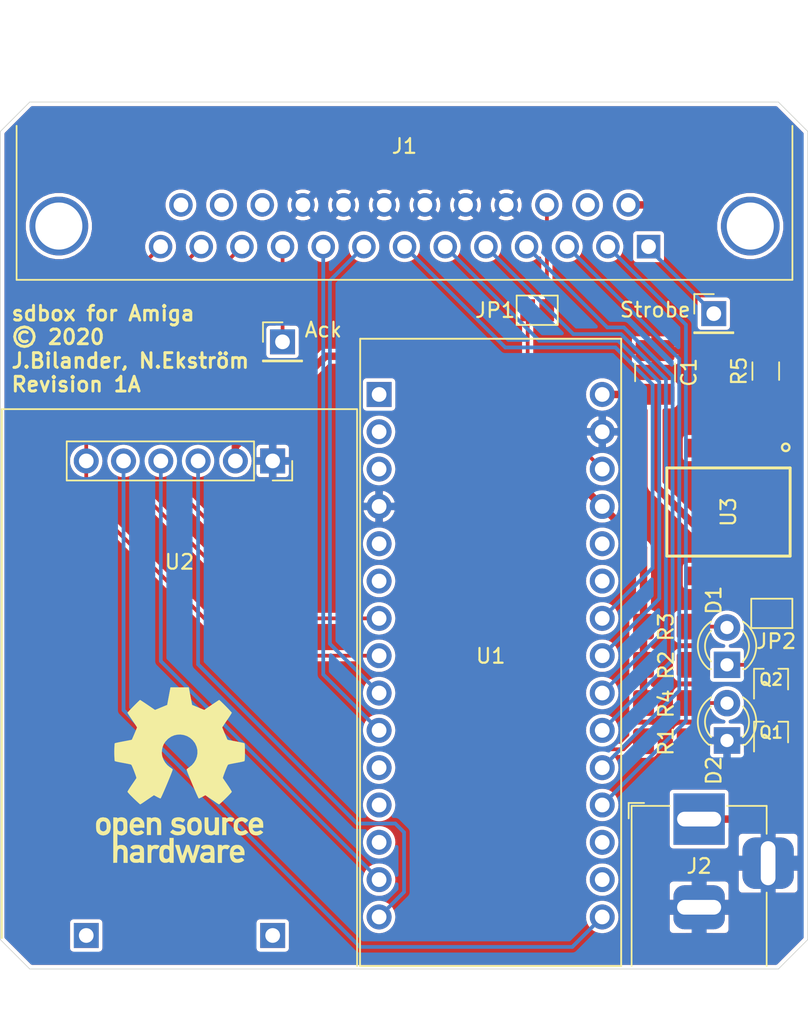
<source format=kicad_pcb>
(kicad_pcb (version 20171130) (host pcbnew "(5.1.2-1)-1")
  (layers (0 F.Cu signal) (31 B.Cu signal) (34 B.Paste user) (35 F.Paste user) (36 B.SilkS user) (37 F.SilkS user) (38 B.Mask user) (39 F.Mask user) (44 Edge.Cuts user))
  (net 0 "")
  (net 1 GND)
  (net 2 RESET)
  (net 3 SELECT)
  (net 4 POUT)
  (net 5 BUSY)
  (net 6 D7)
  (net 7 D6)
  (net 8 D5)
  (net 9 D4)
  (net 10 D3)
  (net 11 D2)
  (net 12 D1)
  (net 13 D0)
  (net 14 "Net-(JP1-Pad1)")
  (net 15 SCK)
  (net 16 5V)
  (net 17 MOSI)
  (net 18 MISO)
  (net 19 Amiga5V)
  (net 20 VCC_7-12V)
  (net 21 "Net-(C1-Pad2)")
  (net 22 "Net-(D1-Pad2)")
  (net 23 "Net-(D1-Pad1)")
  (net 24 "Net-(D2-Pad2)")
  (net 25 "Net-(Q1-Pad3)")
  (net 26 "Net-(Q1-Pad1)")
  (net 27 ACK)
  (net 28 STROBE)
  (net 29 "Net-(R5-Pad1)")
  (module Symbol:OSHW-Logo_11.4x12mm_SilkScreen (layer F.Cu) (at 132.4 130.8)
    (fp_text reference REF** hide)
    (fp_text value OSHW-Logo_11.4x12mm_SilkScreen hide)
  )
  (module Connector_PinSocket_2.54mm:PinSocket_1x01_P2.54mm_Vertical (layer F.Cu) (at 138.75 141.72)
    (fp_text reference J6 hide)
    (fp_text value Conn_01x01 hide)
    (pad 1 thru_hole rect (at 0 0) (size 1.7 1.7) (drill 1) (layers *.Cu *.Mask))
  )
  (module Connector_PinSocket_2.54mm:PinSocket_1x01_P2.54mm_Vertical (layer F.Cu) (at 126.05 141.72)
    (fp_text reference J5 hide)
    (fp_text value Conn_01x01 hide)
    (pad 1 thru_hole rect (at 0 0) (size 1.7 1.7) (drill 1) (layers *.Cu *.Mask))
  )
  (module Resistor_SMD:R_1206_3216Metric_Pad1.42x1.75mm_HandSolder (layer F.Cu) (at 165.5 120.7 180)
    (fp_text reference R3 (at -0.04 -0.02 270) (layer F.SilkS))
    (fp_text value R_Small hide)
    (pad 1 smd roundrect (at -1.4875 0 180) (size 1.425 1.75) (layers F.Cu F.Paste F.Mask) (roundrect_rratio 0.175439) (net 22 "Net-(D1-Pad2)"))
    (pad 2 smd roundrect (at 1.4875 0 180) (size 1.425 1.75) (layers F.Cu F.Paste F.Mask) (roundrect_rratio 0.175439) (net 16 5V))
  )
  (module Resistor_SMD:R_1206_3216Metric_Pad1.42x1.75mm_HandSolder (layer F.Cu) (at 165.5 123.3)
    (fp_text reference R2 (at 0.05 0.02 90) (layer F.SilkS))
    (fp_text value R_Small hide)
    (pad 1 smd roundrect (at -1.4875 0) (size 1.425 1.75) (layers F.Cu F.Paste F.Mask) (roundrect_rratio 0.175439) (net 16 5V))
    (pad 2 smd roundrect (at 1.4875 0) (size 1.425 1.75) (layers F.Cu F.Paste F.Mask) (roundrect_rratio 0.175439) (net 25 "Net-(Q1-Pad3)"))
  )
  (module Resistor_SMD:R_1206_3216Metric_Pad1.42x1.75mm_HandSolder (layer F.Cu) (at 165.5 125.9)
    (fp_text reference R4 (at 0.05 0.05 90) (layer F.SilkS))
    (fp_text value R_Small hide)
    (pad 1 smd roundrect (at -1.4875 0) (size 1.425 1.75) (layers F.Cu F.Paste F.Mask) (roundrect_rratio 0.175439) (net 16 5V))
    (pad 2 smd roundrect (at 1.4875 0) (size 1.425 1.75) (layers F.Cu F.Paste F.Mask) (roundrect_rratio 0.175439) (net 24 "Net-(D2-Pad2)"))
  )
  (module Resistor_SMD:R_1206_3216Metric_Pad1.42x1.75mm_HandSolder (layer F.Cu) (at 165.5 128.5 180)
    (fp_text reference R1 (at -0.04 -0.01 270) (layer F.SilkS))
    (fp_text value R_Small hide)
    (pad 1 smd roundrect (at -1.4875 0 180) (size 1.425 1.75) (layers F.Cu F.Paste F.Mask) (roundrect_rratio 0.175439) (net 26 "Net-(Q1-Pad1)"))
    (pad 2 smd roundrect (at 1.4875 0 180) (size 1.425 1.75) (layers F.Cu F.Paste F.Mask) (roundrect_rratio 0.175439) (net 3 SELECT))
  )
  (module Connector_PinSocket_2.54mm:PinSocket_1x06_P2.54mm_Vertical (layer F.Cu) (at 132.4 109.4)
    (fp_text reference U2 (at 0 6.9 180) (layer F.SilkS))
    (fp_text value Micro_SD_Card_Module hide)
    (pad 1 thru_hole rect (at 6.35 0.025 270) (size 1.7 1.7) (drill 1) (layers *.Cu *.Mask) (net 1 GND))
    (pad 2 thru_hole oval (at 3.81 0.025 270) (size 1.7 1.7) (drill 1) (layers *.Cu *.Mask) (net 16 5V))
    (pad 3 thru_hole oval (at 1.27 0.025 270) (size 1.7 1.7) (drill 1) (layers *.Cu *.Mask) (net 18 MISO))
    (pad 4 thru_hole oval (at -1.27 0.025 270) (size 1.7 1.7) (drill 1) (layers *.Cu *.Mask) (net 17 MOSI))
    (pad 5 thru_hole oval (at -3.81 0.025 270) (size 1.7 1.7) (drill 1) (layers *.Cu *.Mask) (net 15 SCK))
    (pad 6 thru_hole oval (at -6.35 0.025 270) (size 1.7 1.7) (drill 1) (layers *.Cu *.Mask) (net 3 SELECT))
  )
  (module Arduino:Arduino_Nano_V3_Schield (layer F.Cu) (at 153.6 122.7)
    (fp_text reference U1 (at 0 0) (layer F.SilkS))
    (fp_text value Arduino_Nano_V3 hide)
    (pad 1 thru_hole rect (at -7.6 -17.8) (size 1.7 1.7) (drill 1) (layers *.Cu *.Mask))
    (pad 13 thru_hole oval (at -7.6 12.68) (size 1.7 1.7) (drill 1) (layers *.Cu *.Mask))
    (pad 12 thru_hole oval (at -7.6 10.14) (size 1.7 1.7) (drill 1) (layers *.Cu *.Mask))
    (pad 11 thru_hole oval (at -7.6 7.6) (size 1.7 1.7) (drill 1) (layers *.Cu *.Mask))
    (pad 10 thru_hole oval (at -7.6 5.06) (size 1.7 1.7) (drill 1) (layers *.Cu *.Mask) (net 6 D7))
    (pad 9 thru_hole oval (at -7.6 2.52) (size 1.7 1.7) (drill 1) (layers *.Cu *.Mask) (net 7 D6))
    (pad 2 thru_hole oval (at -7.6 -15.26) (size 1.7 1.7) (drill 1) (layers *.Cu *.Mask))
    (pad 8 thru_hole oval (at -7.6 -0.02) (size 1.7 1.7) (drill 1) (layers *.Cu *.Mask) (net 4 POUT))
    (pad 7 thru_hole oval (at -7.6 -2.56) (size 1.7 1.7) (drill 1) (layers *.Cu *.Mask) (net 5 BUSY))
    (pad 6 thru_hole oval (at -7.6 -5.1) (size 1.7 1.7) (drill 1) (layers *.Cu *.Mask))
    (pad 5 thru_hole oval (at -7.6 -7.64) (size 1.7 1.7) (drill 1) (layers *.Cu *.Mask))
    (pad 4 thru_hole oval (at -7.6 -10.18) (size 1.7 1.7) (drill 1) (layers *.Cu *.Mask) (net 1 GND))
    (pad 3 thru_hole oval (at -7.6 -12.72) (size 1.7 1.7) (drill 1) (layers *.Cu *.Mask))
    (pad 15 thru_hole oval (at -7.6 17.76) (size 1.7 1.7) (drill 1) (layers *.Cu *.Mask) (net 18 MISO))
    (pad 14 thru_hole oval (at -7.6 15.22) (size 1.7 1.7) (drill 1) (layers *.Cu *.Mask) (net 17 MOSI))
    (pad 30 thru_hole oval (at 7.6 -17.8) (size 1.7 1.7) (drill 1) (layers *.Cu *.Mask) (net 21 "Net-(C1-Pad2)"))
    (pad 18 thru_hole oval (at 7.6 12.68) (size 1.7 1.7) (drill 1) (layers *.Cu *.Mask))
    (pad 19 thru_hole oval (at 7.6 10.14) (size 1.7 1.7) (drill 1) (layers *.Cu *.Mask) (net 13 D0))
    (pad 20 thru_hole oval (at 7.6 7.6) (size 1.7 1.7) (drill 1) (layers *.Cu *.Mask) (net 12 D1))
    (pad 21 thru_hole oval (at 7.6 5.06) (size 1.7 1.7) (drill 1) (layers *.Cu *.Mask) (net 11 D2))
    (pad 22 thru_hole oval (at 7.6 2.52) (size 1.7 1.7) (drill 1) (layers *.Cu *.Mask) (net 10 D3))
    (pad 29 thru_hole oval (at 7.6 -15.26) (size 1.7 1.7) (drill 1) (layers *.Cu *.Mask) (net 1 GND))
    (pad 23 thru_hole oval (at 7.6 -0.02) (size 1.7 1.7) (drill 1) (layers *.Cu *.Mask) (net 9 D4))
    (pad 24 thru_hole oval (at 7.6 -2.56) (size 1.7 1.7) (drill 1) (layers *.Cu *.Mask) (net 8 D5))
    (pad 25 thru_hole oval (at 7.6 -5.1) (size 1.7 1.7) (drill 1) (layers *.Cu *.Mask))
    (pad 26 thru_hole oval (at 7.6 -7.64) (size 1.7 1.7) (drill 1) (layers *.Cu *.Mask))
    (pad 27 thru_hole oval (at 7.6 -10.18) (size 1.7 1.7) (drill 1) (layers *.Cu *.Mask) (net 16 5V))
    (pad 28 thru_hole oval (at 7.6 -12.72) (size 1.7 1.7) (drill 1) (layers *.Cu *.Mask) (net 14 "Net-(JP1-Pad1)"))
    (pad 16 thru_hole oval (at 7.6 17.76) (size 1.7 1.7) (drill 1) (layers *.Cu *.Mask) (net 15 SCK))
    (pad 17 thru_hole oval (at 7.6 15.22) (size 1.7 1.7) (drill 1) (layers *.Cu *.Mask))
  )
  (module Connector_BarrelJack:BarrelJack_Horizontal (layer F.Cu) (at 167.8 133.8 90)
    (fp_text reference J2 (at -3.2 0 180) (layer F.SilkS))
    (fp_text value Barrel_Jack hide)
    (pad 1 thru_hole rect (at 0 0 90) (size 3.5 3.5) (drill oval 1 3) (layers *.Cu *.Mask) (net 20 VCC_7-12V))
    (pad 2 thru_hole roundrect (at -6 0 90) (size 3 3.5) (drill oval 1 3) (layers *.Cu *.Mask) (net 1 GND))
    (pad 3 thru_hole roundrect (at -3 4.7 90) (size 3.5 3.5) (drill oval 3 1) (layers *.Cu *.Mask) (net 1 GND))
  )
  (module Capacitor_SMD:C_1206_3216Metric_Pad1.42x1.75mm_HandSolder (layer F.Cu) (at 172.34 103.31 90)
    (fp_text reference R5 (at 0 -1.82 90) (layer F.SilkS))
    (fp_text value R_Small hide)
    (pad 1 smd roundrect (at -1.4875 0 90) (size 1.425 1.75) (layers F.Cu F.Paste F.Mask) (roundrect_rratio 0.175439) (net 29 "Net-(R5-Pad1)"))
    (pad 2 smd roundrect (at 1.4875 0 90) (size 1.425 1.75) (layers F.Cu F.Paste F.Mask) (roundrect_rratio 0.175439) (net 19 Amiga5V))
  )
  (module Connector_PinHeader_2.54mm:PinHeader_1x01_P2.54mm_Vertical (layer F.Cu) (at 168.8 99.4)
    (fp_text reference Strobe (at -3.99 -0.26 180) (layer F.SilkS))
    (fp_text value Conn_01x01 hide)
    (pad 1 thru_hole rect (at 0 0) (size 1.7 1.7) (drill 1) (layers *.Cu *.Mask) (net 28 STROBE))
  )
  (module Connector_PinHeader_2.54mm:PinHeader_1x01_P2.54mm_Vertical (layer F.Cu) (at 139.42 101.32)
    (fp_text reference Ack (at 2.78 -0.82 180) (layer F.SilkS))
    (fp_text value Conn_01x01 hide)
    (pad 1 thru_hole rect (at 0 0) (size 1.7 1.7) (drill 1) (layers *.Cu *.Mask) (net 27 ACK))
  )
  (module LED_THT:LED_D3.0mm (layer F.Cu) (at 169.7 128.45 90)
    (fp_text reference D2 (at -2.05 -0.9 90) (layer F.SilkS))
    (fp_text value "Power LED Indicator" hide)
    (pad 1 thru_hole rect (at 0 0 90) (size 1.8 1.8) (drill 0.9) (layers *.Cu *.Mask) (net 1 GND))
    (pad 2 thru_hole circle (at 2.54 0 90) (size 1.8 1.8) (drill 0.9) (layers *.Cu *.Mask) (net 24 "Net-(D2-Pad2)"))
  )
  (module LED_THT:LED_D3.0mm (layer F.Cu) (at 169.7 123.3 90)
    (fp_text reference D1 (at 4.4 -0.9 90) (layer F.SilkS))
    (fp_text value "Activity LED Indicator" hide)
    (pad 1 thru_hole rect (at 0 0 90) (size 1.8 1.8) (drill 0.9) (layers *.Cu *.Mask) (net 23 "Net-(D1-Pad1)"))
    (pad 2 thru_hole circle (at 2.54 0 90) (size 1.8 1.8) (drill 0.9) (layers *.Cu *.Mask) (net 22 "Net-(D1-Pad2)"))
  )
  (module Package_TO_SOT_SMD:SOT-323_SC-70 (layer F.Cu) (at 172.7 124.3 90)
    (fp_text reference Q2 (at 0 0 180) (layer F.SilkS) (effects (font (size 0.8 0.8))))
    (fp_text value BC847BW hide)
    (pad 1 smd rect (at -1 -0.65) (size 0.45 0.7) (layers F.Cu F.Paste F.Mask) (net 25 "Net-(Q1-Pad3)"))
    (pad 2 smd rect (at -1 0.65) (size 0.45 0.7) (layers F.Cu F.Paste F.Mask) (net 1 GND))
    (pad 3 smd rect (at 1 0) (size 0.45 0.7) (layers F.Cu F.Paste F.Mask) (net 23 "Net-(D1-Pad1)"))
  )
  (module Package_TO_SOT_SMD:SOT-323_SC-70 (layer F.Cu) (at 172.7 127.9 90)
    (fp_text reference Q1 (at 0 0) (layer F.SilkS) (effects (font (size 0.8 0.8))))
    (fp_text value BC847BW hide)
    (pad 1 smd rect (at -1 -0.65) (size 0.45 0.7) (layers F.Cu F.Paste F.Mask) (net 26 "Net-(Q1-Pad1)"))
    (pad 2 smd rect (at -1 0.65) (size 0.45 0.7) (layers F.Cu F.Paste F.Mask) (net 1 GND))
    (pad 3 smd rect (at 1 0) (size 0.45 0.7) (layers F.Cu F.Paste F.Mask) (net 25 "Net-(Q1-Pad3)"))
  )
  (module Connector_Dsub:DSUB-25_Male_Horizontal_P2.77x2.84mm_EdgePinOffset4.94mm_Housed_MountingHolesOffset7.48mm (layer F.Cu) (at 164.355 94.84 180)
    (fp_text reference J1 (at 16.63 6.84) (layer F.SilkS))
    (fp_text value DB25_Male_MountingHoles)
    (pad 0 thru_hole circle (at 40.17 1.4 180) (size 4 4) (drill 3.2) (layers *.Cu *.Mask))
    (pad 0 thru_hole circle (at -6.93 1.4 180) (size 4 4) (drill 3.2) (layers *.Cu *.Mask))
    (pad 25 thru_hole circle (at 31.855 2.84 180) (size 1.6 1.6) (drill 1) (layers *.Cu *.Mask))
    (pad 24 thru_hole circle (at 29.085 2.84 180) (size 1.6 1.6) (drill 1) (layers *.Cu *.Mask))
    (pad 23 thru_hole circle (at 26.315 2.84 180) (size 1.6 1.6) (drill 1) (layers *.Cu *.Mask))
    (pad 22 thru_hole circle (at 23.545 2.84 180) (size 1.6 1.6) (drill 1) (layers *.Cu *.Mask) (net 1 GND))
    (pad 21 thru_hole circle (at 20.775 2.84 180) (size 1.6 1.6) (drill 1) (layers *.Cu *.Mask) (net 1 GND))
    (pad 20 thru_hole circle (at 18.005 2.84 180) (size 1.6 1.6) (drill 1) (layers *.Cu *.Mask) (net 1 GND))
    (pad 19 thru_hole circle (at 15.235 2.84 180) (size 1.6 1.6) (drill 1) (layers *.Cu *.Mask) (net 1 GND))
    (pad 18 thru_hole circle (at 12.465 2.84 180) (size 1.6 1.6) (drill 1) (layers *.Cu *.Mask) (net 1 GND))
    (pad 17 thru_hole circle (at 9.695 2.84 180) (size 1.6 1.6) (drill 1) (layers *.Cu *.Mask) (net 1 GND))
    (pad 16 thru_hole circle (at 6.925 2.84 180) (size 1.6 1.6) (drill 1) (layers *.Cu *.Mask) (net 2 RESET))
    (pad 15 thru_hole circle (at 4.155 2.84 180) (size 1.6 1.6) (drill 1) (layers *.Cu *.Mask))
    (pad 14 thru_hole circle (at 1.385 2.84 180) (size 1.6 1.6) (drill 1) (layers *.Cu *.Mask) (net 19 Amiga5V))
    (pad 13 thru_hole circle (at 33.24 0 180) (size 1.6 1.6) (drill 1) (layers *.Cu *.Mask) (net 3 SELECT))
    (pad 12 thru_hole circle (at 30.47 0 180) (size 1.6 1.6) (drill 1) (layers *.Cu *.Mask) (net 4 POUT))
    (pad 11 thru_hole circle (at 27.7 0 180) (size 1.6 1.6) (drill 1) (layers *.Cu *.Mask) (net 5 BUSY))
    (pad 10 thru_hole circle (at 24.93 0 180) (size 1.6 1.6) (drill 1) (layers *.Cu *.Mask) (net 27 ACK))
    (pad 9 thru_hole circle (at 22.16 0 180) (size 1.6 1.6) (drill 1) (layers *.Cu *.Mask) (net 6 D7))
    (pad 8 thru_hole circle (at 19.39 0 180) (size 1.6 1.6) (drill 1) (layers *.Cu *.Mask) (net 7 D6))
    (pad 7 thru_hole circle (at 16.62 0 180) (size 1.6 1.6) (drill 1) (layers *.Cu *.Mask) (net 8 D5))
    (pad 6 thru_hole circle (at 13.85 0 180) (size 1.6 1.6) (drill 1) (layers *.Cu *.Mask) (net 9 D4))
    (pad 5 thru_hole circle (at 11.08 0 180) (size 1.6 1.6) (drill 1) (layers *.Cu *.Mask) (net 10 D3))
    (pad 4 thru_hole circle (at 8.31 0 180) (size 1.6 1.6) (drill 1) (layers *.Cu *.Mask) (net 11 D2))
    (pad 3 thru_hole circle (at 5.54 0 180) (size 1.6 1.6) (drill 1) (layers *.Cu *.Mask) (net 12 D1))
    (pad 2 thru_hole circle (at 2.77 0 180) (size 1.6 1.6) (drill 1) (layers *.Cu *.Mask) (net 13 D0))
    (pad 1 thru_hole rect (at 0 0 180) (size 1.6 1.6) (drill 1) (layers *.Cu *.Mask) (net 28 STROBE))
  )
  (module Relay_SMD:SOIC254P978X443-6N (layer F.Cu) (at 169.8 112.9 270)
    (fp_text reference U3 (at 0 0 90) (layer F.SilkS))
    (fp_text value PVG612S)
    (pad 6 smd rect (at 4.35 -2.54 270) (size 1.27 0.635) (layers F.Cu F.Paste F.Mask) (net 20 VCC_7-12V))
    (pad 5 smd rect (at 4.35 0 270) (size 1.27 0.635) (layers F.Cu F.Paste F.Mask) (net 21 "Net-(C1-Pad2)"))
    (pad 4 smd rect (at 4.35 2.54 270) (size 1.27 0.635) (layers F.Cu F.Paste F.Mask))
    (pad 3 smd rect (at -4.35 2.54 270) (size 1.27 0.635) (layers F.Cu F.Paste F.Mask))
    (pad 2 smd rect (at -4.35 0 270) (size 1.27 0.635) (layers F.Cu F.Paste F.Mask) (net 1 GND))
    (pad 1 smd rect (at -4.35 -2.54 270) (size 1.27 0.635) (layers F.Cu F.Paste F.Mask) (net 29 "Net-(R5-Pad1)"))
  )
  (module Jumper:SolderJumper-2_P1.3mm_Open_Pad1.0x1.5mm (layer F.Cu) (at 172.75 119.8)
    (fp_text reference JP2 (at 0.3 1.9 180) (layer F.SilkS))
    (fp_text value SolderJumper_Open hide)
    (pad 2 smd rect (at 0.65 0) (size 1 1.5) (layers F.Cu F.Mask) (net 20 VCC_7-12V))
    (pad 1 smd rect (at -0.65 0) (size 1 1.5) (layers F.Cu F.Mask) (net 21 "Net-(C1-Pad2)"))
  )
  (module Jumper:SolderJumper-2_P1.3mm_Open_Pad1.0x1.5mm (layer F.Cu) (at 156.77 99.17)
    (fp_text reference JP1 (at -2.87 0) (layer F.SilkS))
    (fp_text value SolderJumper_Open hide)
    (pad 1 smd rect (at -0.65 0) (size 1 1.5) (layers F.Cu F.Mask) (net 14 "Net-(JP1-Pad1)"))
    (pad 2 smd rect (at 0.65 0) (size 1 1.5) (layers F.Cu F.Mask) (net 2 RESET))
  )
  (module Capacitor_SMD:C_1210_3225Metric_Pad1.42x2.65mm_HandSolder (layer F.Cu) (at 164.8 103.4 270)
    (fp_text reference C1 (at 0 -2.31 90) (layer F.SilkS))
    (fp_text value C_Small hide)
    (pad 2 smd roundrect (at 1.4875 0 270) (size 1.425 2.65) (layers F.Cu F.Paste F.Mask) (roundrect_rratio 0.175439) (net 21 "Net-(C1-Pad2)"))
    (pad 1 smd roundrect (at -1.4875 0 270) (size 1.425 2.65) (layers F.Cu F.Paste F.Mask) (roundrect_rratio 0.175439) (net 1 GND))
  )
  (gr_text "sdbox for Amiga\n© 2020 \nJ.Bilander, N.Ekström\nRevision 1A" (at 120.85 101.8) (layer F.SilkS) (effects (font (size 1 1) (thickness 0.2)) (justify left)))
  (gr_line (start 120.2 142) (end 122.2 144) (layer Edge.Cuts) (width 0.05))
  (gr_line (start 175.2 142) (end 173.2 144) (layer Edge.Cuts) (width 0.05))
  (gr_line (start 173.2 85) (end 175.2 87) (layer Edge.Cuts) (width 0.05))
  (gr_line (start 120.2 87) (end 122.2 85) (layer Edge.Cuts) (width 0.05))
  (gr_line (start 120.2 87) (end 120.2 142) (layer Edge.Cuts) (width 0.05))
  (gr_line (start 122.2 144) (end 173.2 144) (layer Edge.Cuts) (width 0.05))
  (gr_line (start 175.2 87) (end 175.2 142) (layer Edge.Cuts) (width 0.05))
  (gr_line (start 122.2 85) (end 173.2 85) (layer Edge.Cuts) (width 0.05))
  (segment (start 157.43 99.16) (end 157.42 99.17) (width 0.254) (layer F.Cu) (net 2))
  (segment (start 157.43 92) (end 157.43 99.16) (width 0.254) (layer F.Cu) (net 2))
  (segment (start 126.05 99.905) (end 131.115 94.84) (width 0.254) (layer F.Cu) (net 3))
  (segment (start 126.05 109.425) (end 126.05 99.905) (width 0.254) (layer F.Cu) (net 3))
  (segment (start 162.65 129.05) (end 163.2 128.5) (width 0.254) (layer F.Cu) (net 3))
  (segment (start 126.05 112.091962) (end 143.008038 129.05) (width 0.254) (layer F.Cu) (net 3))
  (segment (start 163.2 128.5) (end 164.0125 128.5) (width 0.254) (layer F.Cu) (net 3))
  (segment (start 143.008038 129.05) (end 162.65 129.05) (width 0.254) (layer F.Cu) (net 3))
  (segment (start 126.05 109.425) (end 126.05 112.091962) (width 0.254) (layer F.Cu) (net 3))
  (segment (start 144.797919 122.68) (end 146 122.68) (width 0.254) (layer F.Cu) (net 4))
  (segment (start 129.85 111.65) (end 140.88 122.68) (width 0.254) (layer F.Cu) (net 4))
  (segment (start 129.85 98.875) (end 129.85 111.65) (width 0.254) (layer F.Cu) (net 4))
  (segment (start 140.88 122.68) (end 144.797919 122.68) (width 0.254) (layer F.Cu) (net 4))
  (segment (start 133.885 94.84) (end 129.85 98.875) (width 0.254) (layer F.Cu) (net 4))
  (segment (start 144.797919 120.14) (end 146 120.14) (width 0.254) (layer F.Cu) (net 5))
  (segment (start 140.99 120.14) (end 144.797919 120.14) (width 0.254) (layer F.Cu) (net 5))
  (segment (start 132.4 111.55) (end 140.99 120.14) (width 0.254) (layer F.Cu) (net 5))
  (segment (start 132.4 99.095) (end 132.4 111.55) (width 0.254) (layer F.Cu) (net 5))
  (segment (start 136.655 94.84) (end 132.4 99.095) (width 0.254) (layer F.Cu) (net 5))
  (segment (start 142.195 123.955) (end 146 127.76) (width 0.254) (layer B.Cu) (net 6))
  (segment (start 142.195 94.84) (end 142.195 123.955) (width 0.254) (layer B.Cu) (net 6))
  (segment (start 146 125.22) (end 142.64901 121.86901) (width 0.254) (layer B.Cu) (net 7))
  (segment (start 142.64901 97.15599) (end 144.965 94.84) (width 0.254) (layer B.Cu) (net 7))
  (segment (start 142.64901 121.86901) (end 142.64901 97.15599) (width 0.254) (layer B.Cu) (net 7))
  (segment (start 164.62995 116.71005) (end 161.2 120.14) (width 0.254) (layer B.Cu) (net 8))
  (segment (start 147.735 94.84) (end 154.595 101.7) (width 0.254) (layer B.Cu) (net 8))
  (segment (start 164.62995 104.22995) (end 164.62995 116.71005) (width 0.254) (layer B.Cu) (net 8))
  (segment (start 162.1 101.7) (end 164.62995 104.22995) (width 0.254) (layer B.Cu) (net 8))
  (segment (start 154.595 101.7) (end 162.1 101.7) (width 0.254) (layer B.Cu) (net 8))
  (segment (start 150.505 94.84) (end 156.910989 101.245989) (width 0.254) (layer B.Cu) (net 9))
  (segment (start 162.288058 101.24599) (end 165.083961 104.041893) (width 0.254) (layer B.Cu) (net 9))
  (segment (start 156.910989 101.245989) (end 162.288058 101.24599) (width 0.254) (layer B.Cu) (net 9))
  (segment (start 165.083961 104.041893) (end 165.08396 118.79604) (width 0.254) (layer B.Cu) (net 9))
  (segment (start 165.08396 118.79604) (end 162.049999 121.830001) (width 0.254) (layer B.Cu) (net 9))
  (segment (start 162.049999 121.830001) (end 161.2 122.68) (width 0.254) (layer B.Cu) (net 9))
  (segment (start 165.53797 120.88203) (end 162.049999 124.370001) (width 0.254) (layer B.Cu) (net 10))
  (segment (start 162.476116 100.79198) (end 165.537971 103.853837) (width 0.254) (layer B.Cu) (net 10))
  (segment (start 162.049999 124.370001) (end 161.2 125.22) (width 0.254) (layer B.Cu) (net 10))
  (segment (start 153.275 94.84) (end 159.226979 100.791979) (width 0.254) (layer B.Cu) (net 10))
  (segment (start 159.226979 100.791979) (end 162.476116 100.79198) (width 0.254) (layer B.Cu) (net 10))
  (segment (start 165.537971 103.853837) (end 165.53797 120.88203) (width 0.254) (layer B.Cu) (net 10))
  (segment (start 165.991981 103.655611) (end 165.99198 122.96802) (width 0.254) (layer B.Cu) (net 11))
  (segment (start 165.99198 122.96802) (end 162.049999 126.910001) (width 0.254) (layer B.Cu) (net 11))
  (segment (start 162.049999 126.910001) (end 161.2 127.76) (width 0.254) (layer B.Cu) (net 11))
  (segment (start 162.67434 100.33797) (end 165.991981 103.655611) (width 0.254) (layer B.Cu) (net 11))
  (segment (start 161.54297 100.33797) (end 162.67434 100.33797) (width 0.254) (layer B.Cu) (net 11))
  (segment (start 156.045 94.84) (end 161.54297 100.33797) (width 0.254) (layer B.Cu) (net 11))
  (segment (start 166.44599 102.47099) (end 166.44599 125.05401) (width 0.254) (layer B.Cu) (net 12))
  (segment (start 162.049999 129.450001) (end 161.2 130.3) (width 0.254) (layer B.Cu) (net 12))
  (segment (start 166.44599 125.05401) (end 162.049999 129.450001) (width 0.254) (layer B.Cu) (net 12))
  (segment (start 158.815 94.84) (end 166.44599 102.47099) (width 0.254) (layer B.Cu) (net 12))
  (segment (start 162.384999 95.639999) (end 161.585 94.84) (width 0.254) (layer B.Cu) (net 13))
  (segment (start 166.9 100.155) (end 162.384999 95.639999) (width 0.254) (layer B.Cu) (net 13))
  (segment (start 166.9 127.14) (end 166.9 100.155) (width 0.254) (layer B.Cu) (net 13))
  (segment (start 161.2 132.84) (end 166.9 127.14) (width 0.254) (layer B.Cu) (net 13))
  (segment (start 156.12 99.17) (end 156.12 104.9) (width 0.254) (layer F.Cu) (net 14))
  (segment (start 156.12 104.9) (end 161.2 109.98) (width 0.254) (layer F.Cu) (net 14))
  (segment (start 128.59 110.627081) (end 128.59 109.425) (width 0.254) (layer B.Cu) (net 15))
  (segment (start 128.59 126.39) (end 128.59 110.627081) (width 0.254) (layer B.Cu) (net 15))
  (segment (start 144.7 142.5) (end 128.59 126.39) (width 0.254) (layer B.Cu) (net 15))
  (segment (start 159.16 142.5) (end 144.7 142.5) (width 0.254) (layer B.Cu) (net 15))
  (segment (start 161.2 140.46) (end 159.16 142.5) (width 0.254) (layer B.Cu) (net 15))
  (segment (start 164.0125 115.3325) (end 164.0125 125.9) (width 0.508) (layer F.Cu) (net 16))
  (segment (start 161.2 112.52) (end 164.0125 115.3325) (width 0.508) (layer F.Cu) (net 16))
  (segment (start 142.35 102.3) (end 136.21 108.44) (width 0.508) (layer F.Cu) (net 16))
  (segment (start 136.21 108.44) (end 136.21 109.425) (width 0.508) (layer F.Cu) (net 16))
  (segment (start 150.98 102.3) (end 142.35 102.3) (width 0.508) (layer F.Cu) (net 16))
  (segment (start 161.2 112.52) (end 150.98 102.3) (width 0.508) (layer F.Cu) (net 16))
  (segment (start 131.13 123.05) (end 146 137.92) (width 0.254) (layer B.Cu) (net 17))
  (segment (start 131.13 109.425) (end 131.13 123.05) (width 0.254) (layer B.Cu) (net 17))
  (segment (start 133.67 110.627081) (end 133.67 109.425) (width 0.254) (layer B.Cu) (net 18))
  (segment (start 146 140.46) (end 147.7 138.76) (width 0.254) (layer B.Cu) (net 18))
  (segment (start 144.5 134.1) (end 133.67 123.27) (width 0.254) (layer B.Cu) (net 18))
  (segment (start 147.1 134.1) (end 144.5 134.1) (width 0.254) (layer B.Cu) (net 18))
  (segment (start 133.67 123.27) (end 133.67 110.627081) (width 0.254) (layer B.Cu) (net 18))
  (segment (start 147.7 134.7) (end 147.1 134.1) (width 0.254) (layer B.Cu) (net 18))
  (segment (start 147.7 138.76) (end 147.7 134.7) (width 0.254) (layer B.Cu) (net 18))
  (segment (start 162.97 92) (end 164.9 92) (width 0.508) (layer F.Cu) (net 19))
  (segment (start 172.34 99.44) (end 172.34 101.8225) (width 0.508) (layer F.Cu) (net 19))
  (segment (start 164.9 92) (end 172.34 99.44) (width 0.508) (layer F.Cu) (net 19))
  (segment (start 170.058 133.8) (end 174.4 129.458) (width 0.508) (layer F.Cu) (net 20))
  (segment (start 174.4 129.458) (end 174.4 122.908) (width 0.508) (layer F.Cu) (net 20))
  (segment (start 167.8 133.8) (end 170.058 133.8) (width 0.508) (layer F.Cu) (net 20))
  (segment (start 173.4 118.31) (end 173.4 119.8) (width 0.508) (layer F.Cu) (net 20))
  (segment (start 172.34 117.25) (end 173.4 118.31) (width 0.508) (layer F.Cu) (net 20))
  (segment (start 173.4 121.908) (end 173.4 119.8) (width 0.508) (layer F.Cu) (net 20))
  (segment (start 174.4 122.908) (end 173.4 121.908) (width 0.508) (layer F.Cu) (net 20))
  (segment (start 164.7875 104.9) (end 164.8 104.8875) (width 0.508) (layer F.Cu) (net 21))
  (segment (start 161.2 104.9) (end 164.7875 104.9) (width 0.508) (layer F.Cu) (net 21))
  (segment (start 164.8 105.7) (end 164.8 104.8875) (width 0.508) (layer F.Cu) (net 21))
  (segment (start 169.8 116.107) (end 164.8 111.107) (width 0.508) (layer F.Cu) (net 21))
  (segment (start 164.8 111.107) (end 164.8 105.7) (width 0.508) (layer F.Cu) (net 21))
  (segment (start 169.8 117.25) (end 169.8 116.107) (width 0.508) (layer F.Cu) (net 21))
  (segment (start 169.8 117.5) (end 172.1 119.8) (width 0.508) (layer F.Cu) (net 21))
  (segment (start 169.8 117.25) (end 169.8 117.5) (width 0.508) (layer F.Cu) (net 21))
  (segment (start 169.64 120.7) (end 169.7 120.76) (width 0.254) (layer F.Cu) (net 22))
  (segment (start 166.9875 120.7) (end 169.64 120.7) (width 0.254) (layer F.Cu) (net 22))
  (segment (start 169.6 123.3) (end 172.7 123.3) (width 0.254) (layer F.Cu) (net 23))
  (segment (start 169.69 125.9) (end 169.7 125.91) (width 0.254) (layer F.Cu) (net 24))
  (segment (start 166.9875 125.9) (end 169.69 125.9) (width 0.254) (layer F.Cu) (net 24))
  (segment (start 166.9875 123.3) (end 168.2875 124.6) (width 0.254) (layer F.Cu) (net 25))
  (segment (start 170.971 124.6) (end 171.671 125.3) (width 0.254) (layer F.Cu) (net 25))
  (segment (start 171.671 125.3) (end 172.15 125.3) (width 0.254) (layer F.Cu) (net 25))
  (segment (start 168.2875 124.6) (end 170.971 124.6) (width 0.254) (layer F.Cu) (net 25))
  (segment (start 172.7 125.95) (end 172.05 125.3) (width 0.254) (layer F.Cu) (net 25))
  (segment (start 172.7 126.9) (end 172.7 125.95) (width 0.254) (layer F.Cu) (net 25))
  (segment (start 170.87 130.08) (end 172.05 128.9) (width 0.254) (layer F.Cu) (net 26))
  (segment (start 168.5675 130.08) (end 170.87 130.08) (width 0.254) (layer F.Cu) (net 26))
  (segment (start 166.9875 128.5) (end 168.5675 130.08) (width 0.254) (layer F.Cu) (net 26))
  (segment (start 139.425 101.315) (end 139.42 101.32) (width 0.254) (layer F.Cu) (net 27))
  (segment (start 139.425 94.84) (end 139.425 101.315) (width 0.254) (layer F.Cu) (net 27))
  (segment (start 164.355 94.84) (end 164.355 94.845) (width 0.254) (layer B.Cu) (net 28))
  (segment (start 164.355 94.955) (end 164.355 94.84) (width 0.254) (layer B.Cu) (net 28))
  (segment (start 168.8 99.4) (end 164.355 94.955) (width 0.254) (layer B.Cu) (net 28))
  (segment (start 172.34 104.7975) (end 172.34 108.55) (width 0.508) (layer F.Cu) (net 29))
  (zone (net 1) (net_name GND) (layer F.Cu) (connect_pads (clearance 0.254)) (min_thickness 0.254) (fill yes (arc_segments 32) (thermal_gap 0.254) (thermal_bridge_width 0.508))
    (polygon (pts (xy 175.2 142) (xy 173.2 144) (xy 122.197359 144) (xy 120.2 142) (xy 120.2 87) (xy 122.2 85) (xy 173.2 85) (xy 175.2 87)))
  )
  (zone (net 1) (net_name GND) (layer B.Cu) (connect_pads (clearance 0.254)) (min_thickness 0.254) (fill yes (arc_segments 32) (thermal_gap 0.254) (thermal_bridge_width 0.508))
    (polygon (pts (xy 120.2 87) (xy 122.2 85) (xy 173.2 85) (xy 175.2 87) (xy 175.2 142) (xy 173.2 144) (xy 122.2 144) (xy 120.2 142)))
  )
)
</source>
